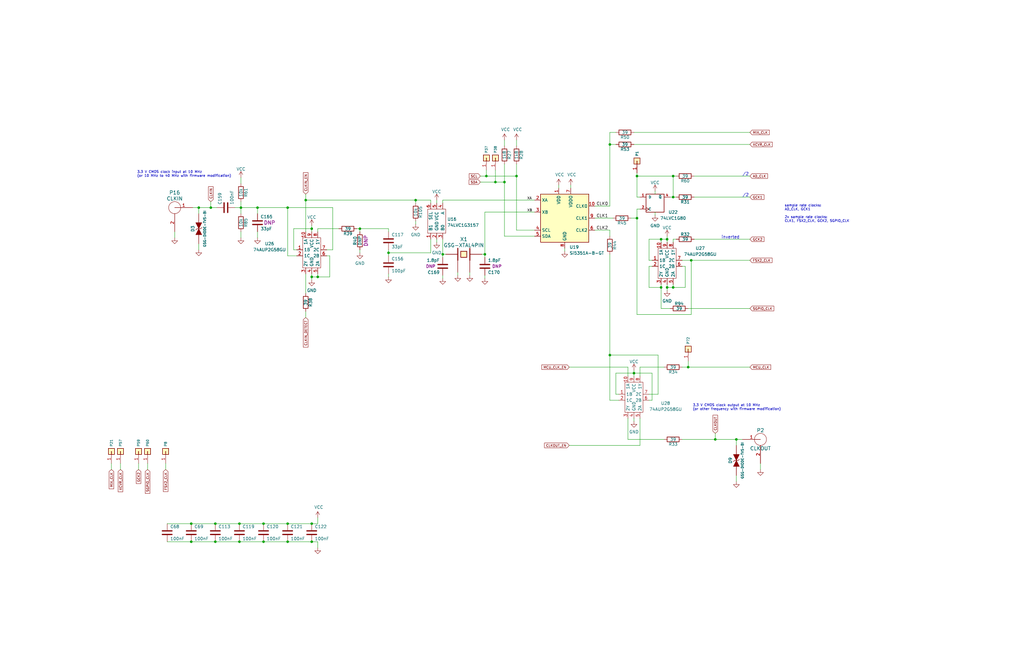
<source format=kicad_sch>
(kicad_sch (version 20211123) (generator eeschema)
  (paper "USLedger")
  (title_block (title "HackRF One") (date "2022-08-29") (rev "r9") (company "Copyright 2012-2022 Great Scott Gadgets") (comment 1 "Michael Ossmann") (comment 2 "Licensed under the CERN-OHL-P v2"))
  (lib_symbols
    (symbol "74AUP2G58GU:74AUP2G58GU"
      (property "Reference" "U" (at 0 0 0))
      (property "Value" "74AUP2G58GU" (at 0 0 0))
      (symbol "74AUP2G58GU_0_1"
        (rectangle (start -3.81 6.35) (end 3.81 -6.35) (stroke (width 0.1524)))
      )
      (symbol "74AUP2G58GU_1_1"
        (pin input line (at -6.35 1.27 0) (length 2.54) (name "1B") (number "1"))
        (pin input line (at -2.54 8.89 270) (length 2.54) (name "1A") (number "10"))
        (pin input line (at -6.35 -1.27 0) (length 2.54) (name "1C") (number "2"))
        (pin output line (at -2.54 -8.89 90) (length 2.54) (name "2Y") (number "3"))
        (pin power_in line (at 0 -8.89 90) (length 2.54) (name "GND") (number "4"))
        (pin input line (at 2.54 -8.89 90) (length 2.54) (name "2A") (number "5"))
        (pin input line (at 6.35 -1.27 180) (length 2.54) (name "2B") (number "6"))
        (pin input line (at 6.35 1.27 180) (length 2.54) (name "2C") (number "7"))
        (pin output line (at 2.54 8.89 270) (length 2.54) (name "1Y") (number "8"))
        (pin power_in line (at 0 8.89 270) (length 2.54) (name "VCC") (number "9"))
      )
    )
    (symbol "74xGxx:74AUP1G80" (pin_names (offset 1.016))
      (property "Reference" "U" (at -2.54 5.08 0))
      (property "Value" "74AUP1G80" (at 0 -5.08 0))
      (symbol "74AUP1G80_0_1"
        (rectangle (start -3.81 3.81) (end 3.81 -3.81) (stroke (width 0.254)))
      )
      (symbol "74AUP1G80_1_1"
        (pin input line (at -6.35 2.54 0) (length 2.54) (name "D") (number "1"))
        (pin input clock (at -6.35 -2.54 0) (length 2.54) (name "C") (number "2"))
        (pin power_in line (at 0 -3.81 270) (length 0) hide (name "GND") (number "3"))
        (pin output line (at 6.35 2.54 180) (length 2.54) (name "~{Q}") (number "4"))
        (pin power_in line (at 0 3.81 90) (length 0) hide (name "VCC") (number "5"))
      )
    )
    (symbol "Connector_Generic:Conn_01x01" (pin_names (offset 1.016) hide)
      (property "Reference" "J" (at 0 2.54 0))
      (property "Value" "Conn_01x01" (at 0 -2.54 0))
      (symbol "Conn_01x01_1_1"
        (rectangle (start -1.27 0.127) (end 0 -0.127) (stroke (width 0.1524)))
        (rectangle (start -1.27 1.27) (end 1.27 -1.27) (stroke (width 0.254)) (fill (type background)))
        (pin passive line (at -5.08 0 0) (length 3.81) (name "Pin_1") (number "1"))
      )
    )
    (symbol "Device:C" (pin_numbers hide) (pin_names (offset 0.254))
      (property "Reference" "C" (at 0.635 2.54 0))
      (property "Value" "C" (at 0.635 -2.54 0))
      (symbol "C_0_1"
        (polyline (pts (xy -2.032 -0.762) (xy 2.032 -0.762)) (stroke (width 0.508)))
        (polyline (pts (xy -2.032 0.762) (xy 2.032 0.762)) (stroke (width 0.508)))
      )
      (symbol "C_1_1"
        (pin passive line (at 0 3.81 270) (length 2.794) (name "~") (number "1"))
        (pin passive line (at 0 -3.81 90) (length 2.794) (name "~") (number "2"))
      )
    )
    (symbol "Device:R" (pin_numbers hide) (pin_names (offset 0))
      (property "Reference" "R" (at 2.032 0 90))
      (property "Value" "R" (at 0 0 90))
      (symbol "R_0_1"
        (rectangle (start -1.016 -2.54) (end 1.016 2.54) (stroke (width 0.254)))
      )
      (symbol "R_1_1"
        (pin passive line (at 0 3.81 270) (length 1.27) (name "~") (number "1"))
        (pin passive line (at 0 -3.81 90) (length 1.27) (name "~") (number "2"))
      )
    )
    (symbol "Oscillator:Si5351A-B-GT"
      (property "Reference" "U" (at -8.89 11.43 0))
      (property "Value" "Si5351A-B-GT" (at -12.7 -12.7 0))
      (symbol "Si5351A-B-GT_0_1"
        (rectangle (start -10.16 10.16) (end 10.16 -10.16) (stroke (width 0.254)) (fill (type background)))
      )
      (symbol "Si5351A-B-GT_1_1"
        (pin power_in line (at -2.54 12.7 270) (length 2.54) (name "VDD") (number "1"))
        (pin output line (at 12.7 5.08 180) (length 2.54) (name "CLK0") (number "10"))
        (pin input line (at -12.7 7.62 0) (length 2.54) (name "XA") (number "2"))
        (pin input line (at -12.7 2.54 0) (length 2.54) (name "XB") (number "3"))
        (pin input line (at -12.7 -5.08 0) (length 2.54) (name "SCL") (number "4"))
        (pin bidirectional line (at -12.7 -7.62 0) (length 2.54) (name "SDA") (number "5"))
        (pin output line (at 12.7 -5.08 180) (length 2.54) (name "CLK2") (number "6"))
        (pin power_in line (at 2.54 12.7 270) (length 2.54) (name "VDDO") (number "7"))
        (pin power_in line (at 0 -12.7 90) (length 2.54) (name "GND") (number "8"))
        (pin output line (at 12.7 0 180) (length 2.54) (name "CLK1") (number "9"))
      )
    )
    (symbol "gsg-symbols:74LVC1G3157" (pin_names (offset 1.016))
      (property "Reference" "U" (at 0 5.08 0))
      (property "Value" "74LVC1G3157" (at 0 -5.08 0))
      (symbol "74LVC1G3157_0_1"
        (rectangle (start 5.08 3.81) (end -5.08 -3.81))
      )
      (symbol "74LVC1G3157_1_1"
        (pin bidirectional line (at -7.62 2.54 0) (length 2.54) (name "B1") (number "1"))
        (pin power_in line (at -7.62 0 0) (length 2.54) (name "GND") (number "2"))
        (pin bidirectional line (at -7.62 -2.54 0) (length 2.54) (name "B0") (number "3"))
        (pin bidirectional line (at 7.62 -2.54 180) (length 2.54) (name "A") (number "4"))
        (pin power_in line (at 7.62 0 180) (length 2.54) (name "VCC") (number "5"))
        (pin input line (at 7.62 2.54 180) (length 2.54) (name "SEL") (number "6"))
      )
    )
    (symbol "hackrf:GSG-DIODE-TVS-BI" (pin_numbers hide) (pin_names (offset 1.016) hide)
      (property "Reference" "D" (at 0 2.54 0))
      (property "Value" "GSG-DIODE-TVS-BI" (at 0 -2.54 0))
      (symbol "GSG-DIODE-TVS-BI_0_1"
        (polyline (pts (xy -0.508 1.27) (xy 0 0.762) (xy 0 -0.762) (xy 0.508 -1.27) (xy 0.508 -1.27)) (stroke (width 0.2032)))
        (polyline (pts (xy 0 0) (xy -2.54 1.27) (xy -2.54 -1.27) (xy 0 0) (xy 0 0)) (fill (type outline)))
        (polyline (pts (xy 0 0) (xy 2.54 1.27) (xy 2.54 -1.27) (xy 0 0) (xy 0 0)) (fill (type outline)))
      )
      (symbol "GSG-DIODE-TVS-BI_1_1"
        (pin passive line (at -6.35 0 0) (length 3.81) (name "A") (number "1"))
        (pin passive line (at 6.35 0 180) (length 3.81) (name "K") (number "2"))
      )
    )
    (symbol "hackrf:GSG-RF-CONN" (pin_names (offset 0) hide)
      (property "Reference" "P" (at 0 3.81 0))
      (property "Value" "GSG-RF-CONN" (at 0 -3.81 0))
      (symbol "GSG-RF-CONN_0_1"
        (circle (center 0 0) (radius 2.54))
      )
      (symbol "GSG-RF-CONN_1_1"
        (pin bidirectional line (at 7.62 0 180) (length 7.62) (name "RF") (number "1"))
        (pin power_in line (at 0 -10.16 90) (length 7.62) (name "GND") (number "2"))
      )
    )
    (symbol "hackrf:GSG-XTAL4PIN" (pin_numbers hide) (pin_names (offset 1.016) hide)
      (property "Reference" "X" (at 0 3.81 0))
      (property "Value" "GSG-XTAL4PIN" (at 0 -3.81 0))
      (symbol "GSG-XTAL4PIN_0_1"
        (polyline (pts (xy -2.54 2.54) (xy -2.54 -2.54)) (stroke (width 0.4064)))
        (polyline (pts (xy 2.54 2.54) (xy 2.54 -2.54)) (stroke (width 0.4064)))
        (polyline (pts (xy -1.27 1.27) (xy 1.27 1.27) (xy 1.27 -1.27) (xy -1.27 -1.27) (xy -1.27 1.27)) (stroke (width 0.3048)) (fill (type background)))
      )
      (symbol "GSG-XTAL4PIN_1_1"
        (pin passive line (at -7.62 0 0) (length 5.08) (name "1") (number "1"))
        (pin passive line (at -2.54 -7.62 90) (length 5.08) (name "2") (number "2"))
        (pin passive line (at 7.62 0 180) (length 5.08) (name "3") (number "3"))
        (pin passive line (at 2.54 -7.62 90) (length 5.08) (name "4") (number "4"))
      )
    )
    (symbol "power:GND" (power) (pin_names (offset 0))
      (property "Value" "GND" (at 0 -3.81 0))
      (symbol "GND_0_1"
        (polyline (pts (xy 0 0) (xy 0 -1.27) (xy 1.27 -1.27) (xy 0 -2.54) (xy -1.27 -1.27) (xy 0 -1.27)))
      )
      (symbol "GND_1_1"
        (pin power_in line (at 0 0 270) (length 0) hide (name "GND") (number "1"))
      )
    )
    (symbol "power:VCC" (power) (pin_names (offset 0))
      (property "Value" "VCC" (at 0 3.81 0))
      (symbol "VCC_0_1"
        (polyline (pts (xy -0.762 1.27) (xy 0 2.54)))
        (polyline (pts (xy 0 0) (xy 0 2.54)))
        (polyline (pts (xy 0 2.54) (xy 0.762 1.27)))
      )
      (symbol "VCC_1_1"
        (pin power_in line (at 0 0 90) (length 0) hide (name "VCC") (number "1"))
      )
    )
  )
  (junction (at 257.175 149.86))
  (junction (at 283.845 83.185))
  (junction (at 212.725 76.835))
  (junction (at 278.765 100.965))
  (junction (at 278.765 121.285))
  (junction (at 291.465 109.855))
  (junction (at 283.845 74.295))
  (junction (at 121.285 87.63))
  (junction (at 100.965 228.6))
  (junction (at 208.915 76.835))
  (junction (at 217.805 74.295))
  (junction (at 121.285 220.98))
  (junction (at 163.83 106.68))
  (junction (at 80.645 220.98))
  (junction (at 83.82 87.63))
  (junction (at 131.445 220.98))
  (junction (at 301.625 185.42))
  (junction (at 204.47 107.315))
  (junction (at 88.9 87.63))
  (junction (at 281.305 121.285))
  (junction (at 111.125 228.6))
  (junction (at 80.645 228.6))
  (junction (at 267.335 157.48))
  (junction (at 90.805 228.6))
  (junction (at 131.445 228.6))
  (junction (at 131.445 116.84))
  (junction (at 111.125 220.98))
  (junction (at 128.905 84.455))
  (junction (at 175.26 84.455))
  (junction (at 101.6 87.63))
  (junction (at 310.515 185.42))
  (junction (at 281.305 100.965))
  (junction (at 205.105 74.295))
  (junction (at 268.605 92.075))
  (junction (at 151.765 96.52))
  (junction (at 283.845 121.285))
  (junction (at 186.69 107.315))
  (junction (at 90.805 220.98))
  (junction (at 131.445 96.52))
  (junction (at 108.585 87.63))
  (junction (at 268.605 74.295))
  (junction (at 133.985 116.84))
  (junction (at 257.175 60.96))
  (junction (at 100.965 220.98))
  (junction (at 290.195 154.94))
  (junction (at 121.285 228.6))
  (wire (pts (xy 276.225 89.535) (xy 276.225 90.805)))
  (wire (pts (xy 163.83 116.84) (xy 163.83 115.57)))
  (wire (pts (xy 274.955 157.48) (xy 267.335 157.48)))
  (wire (pts (xy 186.69 100.965) (xy 186.69 107.315)))
  (wire (pts (xy 212.725 99.695) (xy 225.425 99.695)))
  (wire (pts (xy 274.955 168.91) (xy 274.955 157.48)))
  (wire (pts (xy 217.805 59.055) (xy 217.805 61.595)))
  (wire (pts (xy 202.565 74.295) (xy 205.105 74.295)))
  (wire (pts (xy 283.845 100.965) (xy 285.115 100.965)))
  (wire (pts (xy 291.465 109.855) (xy 316.23 109.855)))
  (wire (pts (xy 257.175 97.155) (xy 257.175 99.695)))
  (wire (pts (xy 259.715 166.37) (xy 260.985 166.37)))
  (wire (pts (xy 281.305 100.965) (xy 278.765 100.965)))
  (wire (pts (xy 83.82 90.17) (xy 83.82 87.63)))
  (wire (pts (xy 278.765 120.015) (xy 278.765 121.285)))
  (wire (pts (xy 264.795 176.53) (xy 264.795 185.42)))
  (wire (pts (xy 46.99 195.58) (xy 46.99 198.12)))
  (wire (pts (xy 269.875 158.75) (xy 269.875 154.94)))
  (wire (pts (xy 90.805 228.6) (xy 100.965 228.6)))
  (wire (pts (xy 111.125 228.6) (xy 121.285 228.6)))
  (wire (pts (xy 281.305 120.015) (xy 281.305 121.285)))
  (wire (pts (xy 268.605 92.075) (xy 268.605 132.715)))
  (wire (pts (xy 100.965 220.98) (xy 90.805 220.98)))
  (wire (pts (xy 186.69 107.315) (xy 187.96 107.315)))
  (wire (pts (xy 274.955 112.395) (xy 273.685 112.395)))
  (wire (pts (xy 101.6 87.63) (xy 101.6 90.17)))
  (wire (pts (xy 225.425 89.535) (xy 204.47 89.535)))
  (wire (pts (xy 250.825 97.155) (xy 257.175 97.155)))
  (wire (pts (xy 290.195 152.4) (xy 290.195 154.94)))
  (wire (pts (xy 131.445 96.52) (xy 131.445 95.25)))
  (wire (pts (xy 250.825 86.995) (xy 257.175 86.995)))
  (wire (pts (xy 121.285 220.98) (xy 131.445 220.98)))
  (wire (pts (xy 301.625 182.88) (xy 301.625 185.42)))
  (wire (pts (xy 131.445 116.84) (xy 133.985 116.84)))
  (wire (pts (xy 73.66 97.79) (xy 73.66 100.33)))
  (wire (pts (xy 203.2 107.315) (xy 204.47 107.315)))
  (wire (pts (xy 131.445 118.11) (xy 131.445 116.84)))
  (wire (pts (xy 281.305 102.235) (xy 281.305 100.965)))
  (wire (pts (xy 292.735 74.295) (xy 316.23 74.295)))
  (wire (pts (xy 137.795 105.41) (xy 140.335 105.41)))
  (wire (pts (xy 238.125 104.775) (xy 238.125 106.045)))
  (wire (pts (xy 268.605 83.185) (xy 269.875 83.185)))
  (wire (pts (xy 151.765 96.52) (xy 151.765 97.79)))
  (wire (pts (xy 202.565 76.835) (xy 208.915 76.835)))
  (wire (pts (xy 121.285 228.6) (xy 131.445 228.6)))
  (wire (pts (xy 277.495 149.86) (xy 277.495 166.37)))
  (wire (pts (xy 139.065 116.84) (xy 139.065 107.95)))
  (wire (pts (xy 283.845 102.235) (xy 283.845 100.965)))
  (wire (pts (xy 240.03 187.96) (xy 269.875 187.96)))
  (wire (pts (xy 217.805 69.215) (xy 217.805 74.295)))
  (wire (pts (xy 283.845 121.285) (xy 288.925 121.285)))
  (wire (pts (xy 257.175 60.96) (xy 257.175 86.995)))
  (wire (pts (xy 268.605 88.265) (xy 268.605 92.075)))
  (wire (pts (xy 278.765 130.175) (xy 282.575 130.175)))
  (wire (pts (xy 99.06 87.63) (xy 101.6 87.63)))
  (wire (pts (xy 151.765 105.41) (xy 151.765 106.68)))
  (wire (pts (xy 288.925 112.395) (xy 287.655 112.395)))
  (wire (pts (xy 88.9 87.63) (xy 88.9 85.09)))
  (wire (pts (xy 125.095 107.95) (xy 121.285 107.95)))
  (wire (pts (xy 163.83 105.41) (xy 163.83 106.68)))
  (wire (pts (xy 140.335 87.63) (xy 121.285 87.63)))
  (wire (pts (xy 128.905 84.455) (xy 128.905 97.79)))
  (wire (pts (xy 269.875 176.53) (xy 269.875 187.96)))
  (wire (pts (xy 123.825 105.41) (xy 125.095 105.41)))
  (wire (pts (xy 268.605 73.025) (xy 268.605 74.295)))
  (wire (pts (xy 133.985 228.6) (xy 133.985 231.14)))
  (wire (pts (xy 91.44 87.63) (xy 88.9 87.63)))
  (wire (pts (xy 163.83 106.68) (xy 181.61 106.68)))
  (wire (pts (xy 287.655 185.42) (xy 301.625 185.42)))
  (wire (pts (xy 217.805 97.155) (xy 225.425 97.155)))
  (wire (pts (xy 283.845 83.185) (xy 285.115 83.185)))
  (wire (pts (xy 133.985 97.79) (xy 133.985 96.52)))
  (wire (pts (xy 131.445 220.98) (xy 133.985 220.98)))
  (wire (pts (xy 267.335 157.48) (xy 267.335 156.21)))
  (wire (pts (xy 133.985 116.84) (xy 139.065 116.84)))
  (wire (pts (xy 133.985 96.52) (xy 142.875 96.52)))
  (wire (pts (xy 267.335 158.75) (xy 267.335 157.48)))
  (wire (pts (xy 123.825 96.52) (xy 123.825 105.41)))
  (wire (pts (xy 184.15 85.725) (xy 184.15 84.455)))
  (wire (pts (xy 278.765 100.965) (xy 278.765 102.235)))
  (wire (pts (xy 292.735 83.185) (xy 316.23 83.185)))
  (wire (pts (xy 90.805 220.98) (xy 80.645 220.98)))
  (wire (pts (xy 58.42 195.58) (xy 58.42 198.12)))
  (wire (pts (xy 273.685 112.395) (xy 273.685 121.285)))
  (wire (pts (xy 283.845 120.015) (xy 283.845 121.285)))
  (wire (pts (xy 257.175 168.91) (xy 257.175 149.86)))
  (wire (pts (xy 184.15 100.965) (xy 184.15 102.235)))
  (wire (pts (xy 277.495 166.37) (xy 273.685 166.37)))
  (wire (pts (xy 273.685 109.855) (xy 274.955 109.855)))
  (wire (pts (xy 287.655 154.94) (xy 290.195 154.94)))
  (wire (pts (xy 267.335 60.96) (xy 316.23 60.96)))
  (wire (pts (xy 273.685 100.965) (xy 273.685 109.855)))
  (wire (pts (xy 260.985 168.91) (xy 257.175 168.91)))
  (wire (pts (xy 80.645 228.6) (xy 90.805 228.6)))
  (wire (pts (xy 193.04 116.205) (xy 193.04 114.935)))
  (wire (pts (xy 273.685 168.91) (xy 274.955 168.91)))
  (wire (pts (xy 151.765 96.52) (xy 163.83 96.52)))
  (wire (pts (xy 69.85 195.58) (xy 69.85 198.12)))
  (wire (pts (xy 257.175 55.88) (xy 259.715 55.88)))
  (wire (pts (xy 267.335 157.48) (xy 259.715 157.48)))
  (wire (pts (xy 101.6 97.79) (xy 101.6 100.33)))
  (wire (pts (xy 80.645 220.98) (xy 70.485 220.98)))
  (wire (pts (xy 100.965 220.98) (xy 111.125 220.98)))
  (wire (pts (xy 204.47 89.535) (xy 204.47 107.315)))
  (wire (pts (xy 101.6 87.63) (xy 108.585 87.63)))
  (wire (pts (xy 181.61 106.68) (xy 181.61 100.965)))
  (wire (pts (xy 133.985 115.57) (xy 133.985 116.84)))
  (wire (pts (xy 290.195 130.175) (xy 316.23 130.175)))
  (wire (pts (xy 267.335 55.88) (xy 316.23 55.88)))
  (wire (pts (xy 273.685 121.285) (xy 278.765 121.285)))
  (wire (pts (xy 111.125 220.98) (xy 121.285 220.98)))
  (wire (pts (xy 208.915 71.755) (xy 208.915 76.835)))
  (wire (pts (xy 250.825 92.075) (xy 258.445 92.075)))
  (wire (pts (xy 257.175 55.88) (xy 257.175 60.96)))
  (wire (pts (xy 205.105 74.295) (xy 217.805 74.295)))
  (wire (pts (xy 101.6 85.09) (xy 101.6 87.63)))
  (wire (pts (xy 131.445 228.6) (xy 133.985 228.6)))
  (wire (pts (xy 310.515 187.96) (xy 310.515 185.42)))
  (wire (pts (xy 128.905 115.57) (xy 128.905 123.825)))
  (wire (pts (xy 283.845 83.185) (xy 282.575 83.185)))
  (wire (pts (xy 235.585 79.375) (xy 235.585 78.105)))
  (wire (pts (xy 283.845 74.295) (xy 285.115 74.295)))
  (wire (pts (xy 310.515 203.2) (xy 310.515 200.66)))
  (wire (pts (xy 175.26 94.615) (xy 175.26 93.345)))
  (wire (pts (xy 212.725 76.835) (xy 212.725 99.695)))
  (wire (pts (xy 259.715 157.48) (xy 259.715 166.37)))
  (wire (pts (xy 276.225 80.645) (xy 276.225 81.915)))
  (wire (pts (xy 320.675 195.58) (xy 320.675 198.12)))
  (wire (pts (xy 175.26 84.455) (xy 181.61 84.455)))
  (wire (pts (xy 139.065 107.95) (xy 137.795 107.95)))
  (wire (pts (xy 128.905 133.985) (xy 128.905 131.445)))
  (wire (pts (xy 287.655 109.855) (xy 291.465 109.855)))
  (wire (pts (xy 257.175 107.315) (xy 257.175 149.86)))
  (wire (pts (xy 257.175 149.86) (xy 277.495 149.86)))
  (wire (pts (xy 70.485 228.6) (xy 80.645 228.6)))
  (wire (pts (xy 186.69 116.205) (xy 186.69 117.475)))
  (wire (pts (xy 301.625 185.42) (xy 310.515 185.42)))
  (wire (pts (xy 212.725 59.055) (xy 212.725 61.595)))
  (wire (pts (xy 283.845 74.295) (xy 283.845 83.185)))
  (wire (pts (xy 267.335 176.53) (xy 267.335 177.8)))
  (wire (pts (xy 150.495 96.52) (xy 151.765 96.52)))
  (wire (pts (xy 100.965 228.6) (xy 111.125 228.6)))
  (wire (pts (xy 123.825 96.52) (xy 131.445 96.52)))
  (wire (pts (xy 186.69 84.455) (xy 186.69 85.725)))
  (wire (pts (xy 268.605 88.265) (xy 269.875 88.265)))
  (wire (pts (xy 264.795 185.42) (xy 280.035 185.42)))
  (wire (pts (xy 205.105 71.755) (xy 205.105 74.295)))
  (wire (pts (xy 278.765 121.285) (xy 278.765 130.175)))
  (wire (pts (xy 140.335 105.41) (xy 140.335 87.63)))
  (wire (pts (xy 186.69 84.455) (xy 225.425 84.455)))
  (wire (pts (xy 175.26 85.725) (xy 175.26 84.455)))
  (wire (pts (xy 83.82 105.41) (xy 83.82 102.87)))
  (wire (pts (xy 291.465 132.715) (xy 268.605 132.715)))
  (wire (pts (xy 101.6 74.93) (xy 101.6 77.47)))
  (wire (pts (xy 292.735 100.965) (xy 316.23 100.965)))
  (wire (pts (xy 240.665 79.375) (xy 240.665 78.105)))
  (wire (pts (xy 240.03 154.94) (xy 264.795 154.94)))
  (wire (pts (xy 208.915 76.835) (xy 212.725 76.835)))
  (wire (pts (xy 128.905 84.455) (xy 175.26 84.455)))
  (wire (pts (xy 264.795 158.75) (xy 264.795 154.94)))
  (wire (pts (xy 266.065 92.075) (xy 268.605 92.075)))
  (wire (pts (xy 217.805 74.295) (xy 217.805 97.155)))
  (wire (pts (xy 108.585 87.63) (xy 121.285 87.63)))
  (wire (pts (xy 290.195 154.94) (xy 316.23 154.94)))
  (wire (pts (xy 108.585 90.17) (xy 108.585 87.63)))
  (wire (pts (xy 204.47 107.315) (xy 204.47 108.585)))
  (wire (pts (xy 268.605 83.185) (xy 268.605 74.295)))
  (wire (pts (xy 83.82 87.63) (xy 88.9 87.63)))
  (wire (pts (xy 281.305 100.965) (xy 281.305 99.695)))
  (wire (pts (xy 212.725 69.215) (xy 212.725 76.835)))
  (wire (pts (xy 269.875 154.94) (xy 280.035 154.94)))
  (wire (pts (xy 128.905 81.915) (xy 128.905 84.455)))
  (wire (pts (xy 204.47 117.475) (xy 204.47 116.205)))
  (wire (pts (xy 131.445 115.57) (xy 131.445 116.84)))
  (wire (pts (xy 163.83 106.68) (xy 163.83 107.95)))
  (wire (pts (xy 108.585 97.79) (xy 108.585 100.33)))
  (wire (pts (xy 278.765 100.965) (xy 273.685 100.965)))
  (wire (pts (xy 131.445 97.79) (xy 131.445 96.52)))
  (wire (pts (xy 281.305 122.555) (xy 281.305 121.285)))
  (wire (pts (xy 186.69 108.585) (xy 186.69 107.315)))
  (wire (pts (xy 121.285 87.63) (xy 121.285 107.95)))
  (wire (pts (xy 62.23 198.12) (xy 62.23 195.58)))
  (wire (pts (xy 198.12 114.935) (xy 198.12 116.205)))
  (wire (pts (xy 268.605 74.295) (xy 283.845 74.295)))
  (wire (pts (xy 163.83 96.52) (xy 163.83 97.79)))
  (wire (pts (xy 133.985 220.98) (xy 133.985 218.44)))
  (wire (pts (xy 288.925 121.285) (xy 288.925 112.395)))
  (wire (pts (xy 310.515 185.42) (xy 313.055 185.42)))
  (wire (pts (xy 291.465 109.855) (xy 291.465 132.715)))
  (wire (pts (xy 50.8 195.58) (xy 50.8 198.12)))
  (wire (pts (xy 257.175 60.96) (xy 259.715 60.96)))
  (wire (pts (xy 81.28 87.63) (xy 83.82 87.63)))
  (wire (pts (xy 181.61 84.455) (xy 181.61 85.725)))
  (wire (pts (xy 281.305 121.285) (xy 283.845 121.285)))
  (text "/2" (at 313.055 83.185 0) (effects (font (size 1.27 1.27)) (justify left bottom)))
  (text "inverted" (at 304.165 100.965 0) (effects (font (size 1.27 1.27)) (justify left bottom)))
  (text "3.3 V CMOS clock input at 10 MHz\n(or 10 MHz to 40 MHz with firmware modification)" (at 57.785 74.93 0) (effects (font (size 1.016 1.016)) (justify left bottom)))
  (text "sample rate clocks:\nAD_CLK, GCK1\n\n2x sample rate clocks:\nCLK1, FSX2_CLK, GCK2, SGPIO_CLK" (at 330.835 93.98 0) (effects (font (size 1.016 1.016)) (justify left bottom)))
  (text "/2" (at 313.055 74.295 0) (effects (font (size 1.27 1.27)) (justify left bottom)))
  (text "3.3 V CMOS clock output at 10 MHz\n(or other frequency with firmware modification)" (at 292.1 173.355 0) (effects (font (size 1.016 1.016)) (justify left bottom)))
  (label "CLK0" (at 251.46 86.995 0))
  (label "CLK1" (at 251.46 92.075 0))
  (label "CLK2" (at 251.46 97.155 0))
  (label "XA" (at 222.25 84.455 0) (effects (font (size 1.016 1.016))))
  (label "XB" (at 222.25 89.535 0) (effects (font (size 1.016 1.016))))
  (global_label "XCVR_CLK" (shape input) (at 316.23 60.96 0) (effects (font (size 1.016 1.016))) (property "Intersheet References" "${INTERSHEET_REFS}" (effects hide)))
  (global_label "FSX2_CLK" (shape input) (at 69.85 198.12 270) (effects (font (size 1.016 1.016))) (property "Intersheet References" "${INTERSHEET_REFS}" (effects hide)))
  (global_label "SCL" (shape input) (at 202.565 74.295 180) (effects (font (size 1.016 1.016))) (property "Intersheet References" "${INTERSHEET_REFS}" (effects hide)))
  (global_label "CLKIN_EN" (shape input) (at 128.905 81.915 90) (effects (font (size 1.016 1.016))) (property "Intersheet References" "${INTERSHEET_REFS}" (effects hide)))
  (global_label "MIX_CLK" (shape input) (at 316.23 55.88 0) (effects (font (size 1.016 1.016))) (property "Intersheet References" "${INTERSHEET_REFS}" (effects hide)))
  (global_label "GCK2" (shape input) (at 58.42 198.12 270) (effects (font (size 1.016 1.016))) (property "Intersheet References" "${INTERSHEET_REFS}" (effects hide)))
  (global_label "SDA" (shape input) (at 202.565 76.835 180) (effects (font (size 1.016 1.016))) (property "Intersheet References" "${INTERSHEET_REFS}" (effects hide)))
  (global_label "AD_CLK" (shape input) (at 316.23 74.295 0) (effects (font (size 1.016 1.016))) (property "Intersheet References" "${INTERSHEET_REFS}" (effects hide)))
  (global_label "CLKIN_DETECT" (shape input) (at 128.905 133.985 270) (effects (font (size 1.016 1.016))) (property "Intersheet References" "${INTERSHEET_REFS}" (effects hide)))
  (global_label "CLKOUT_EN" (shape input) (at 240.03 187.96 180) (effects (font (size 1.016 1.016))) (property "Intersheet References" "${INTERSHEET_REFS}" (effects hide)))
  (global_label "MIX_CLK" (shape input) (at 46.99 198.12 270) (effects (font (size 1.016 1.016))) (property "Intersheet References" "${INTERSHEET_REFS}" (effects hide)))
  (global_label "MCU_CLK_EN" (shape input) (at 240.03 154.94 180) (effects (font (size 1.016 1.016))) (property "Intersheet References" "${INTERSHEET_REFS}" (effects hide)))
  (global_label "SGPIO_CLK" (shape input) (at 316.23 130.175 0) (effects (font (size 1.016 1.016))) (property "Intersheet References" "${INTERSHEET_REFS}" (effects hide)))
  (global_label "CLKOUT" (shape input) (at 301.625 182.88 90) (effects (font (size 1.016 1.016))) (property "Intersheet References" "${INTERSHEET_REFS}" (effects hide)))
  (global_label "CLKIN" (shape input) (at 88.9 85.09 90) (effects (font (size 1.016 1.016))) (property "Intersheet References" "${INTERSHEET_REFS}" (effects hide)))
  (global_label "MCU_CLK" (shape input) (at 316.23 154.94 0) (effects (font (size 1.016 1.016))) (property "Intersheet References" "${INTERSHEET_REFS}" (effects hide)))
  (global_label "FSX2_CLK" (shape input) (at 316.23 109.855 0) (effects (font (size 1.016 1.016))) (property "Intersheet References" "${INTERSHEET_REFS}" (effects hide)))
  (global_label "SGPIO_CLK" (shape input) (at 62.23 198.12 270) (effects (font (size 1.016 1.016))) (property "Intersheet References" "${INTERSHEET_REFS}" (effects hide)))
  (global_label "GCK1" (shape input) (at 316.23 83.185 0) (effects (font (size 1.016 1.016))) (property "Intersheet References" "${INTERSHEET_REFS}" (effects hide)))
  (global_label "XCVR_CLK" (shape input) (at 50.8 198.12 270) (effects (font (size 1.016 1.016))) (property "Intersheet References" "${INTERSHEET_REFS}" (effects hide)))
  (global_label "GCK2" (shape input) (at 316.23 100.965 0) (effects (font (size 1.016 1.016))) (property "Intersheet References" "${INTERSHEET_REFS}" (effects hide)))
  (symbol (lib_id "Device:R") (at 212.725 65.405 0) (unit 1)
    (property "Reference" "R27" (at 214.757 65.405 90))
    (property "Value" "1k8" (at 212.725 65.405 90))
    (property "Footprint" "hackrf:GSG-0402" (effects hide))
    (property "Manufacturer" "Stackpole" (effects hide))
    (property "Part Number" "RMCF0402JT1K80" (effects hide))
    (property "Description" "RES TF 1.8K OHM 5% 1/16W 0402" (effects hide))
  )
  (symbol (lib_id "hackrf:GSG-XTAL4PIN") (at 195.58 107.315 0) (unit 1)
    (property "Reference" "X1" (at 195.58 100.965 0) (effects (font (size 1.524 1.524))))
    (property "Value" "GSG-XTAL4PIN" (at 195.58 103.505 0) (effects (font (size 1.524 1.524))))
    (property "Footprint" "hackrf:GSG-XTAL3.2x2.5mm" (effects hide))
    (property "Manufacturer" "Raltron" (effects hide))
    (property "Part Number" "RH100-25.000-12-F-1010-TR" (effects hide))
    (property "Description" "CRYSTAL 25.0000MHZ 12PF SMD" (effects hide))
  )
  (symbol (lib_id "power:GND") (at 198.12 116.205 0) (unit 1)
    (property "Reference" "#PWR0128" (effects hide))
    (property "Value" "GND" (effects hide))
  )
  (symbol (lib_id "power:GND") (at 193.04 116.205 0) (unit 1)
    (property "Reference" "#PWR0127" (effects hide))
    (property "Value" "GND" (effects hide))
  )
  (symbol (lib_id "hackrf:GSG-RF-CONN") (at 73.66 87.63 0) (unit 1)
    (property "Reference" "P16" (at 73.66 81.28 0) (effects (font (size 1.524 1.524))))
    (property "Value" "CLKIN" (at 73.66 83.82 0) (effects (font (size 1.524 1.524))))
    (property "Footprint" "hackrf:GSG-SMA-73251-2120" (effects hide))
    (property "Manufacturer" "Molex" (effects hide))
    (property "Part Number" "73251-2121" (effects hide))
    (property "Description" "CONN SMA JACK 50 OHM EDGE MNT W/JAM NUT & LOCK WASHER" (effects hide))
  )
  (symbol (lib_id "power:GND") (at 73.66 100.33 0) (unit 1)
    (property "Reference" "#PWR0126" (effects hide))
    (property "Value" "GND" (effects hide))
  )
  (symbol (lib_id "power:GND") (at 133.985 231.14 0) (unit 1)
    (property "Reference" "#PWR0121" (effects hide))
    (property "Value" "GND" (effects hide))
  )
  (symbol (lib_id "Device:C") (at 90.805 224.79 0) (unit 1)
    (property "Reference" "C113" (at 92.075 222.25 0) (effects (justify left)))
    (property "Value" "100nF" (at 92.075 227.33 0) (effects (justify left)))
    (property "Footprint" "hackrf:GSG-0402" (effects hide))
    (property "Manufacturer" "Murata" (effects hide))
    (property "Part Number" "GRM155R61A104KA01D" (effects hide))
    (property "Description" "CAP CER 0.1UF 10V 10% X5R 0402" (effects hide))
  )
  (symbol (lib_id "Device:C") (at 100.965 224.79 0) (unit 1)
    (property "Reference" "C119" (at 102.235 222.25 0) (effects (justify left)))
    (property "Value" "100nF" (at 102.235 227.33 0) (effects (justify left)))
    (property "Footprint" "hackrf:GSG-0402" (effects hide))
    (property "Manufacturer" "Murata" (effects hide))
    (property "Part Number" "GRM155R61A104KA01D" (effects hide))
    (property "Description" "CAP CER 0.1UF 10V 10% X5R 0402" (effects hide))
  )
  (symbol (lib_id "Device:C") (at 111.125 224.79 0) (unit 1)
    (property "Reference" "C120" (at 112.395 222.25 0) (effects (justify left)))
    (property "Value" "100nF" (at 112.395 227.33 0) (effects (justify left)))
    (property "Footprint" "hackrf:GSG-0402" (effects hide))
    (property "Manufacturer" "Murata" (effects hide))
    (property "Part Number" "GRM155R61A104KA01D" (effects hide))
    (property "Description" "CAP CER 0.1UF 10V 10% X5R 0402" (effects hide))
  )
  (symbol (lib_id "Device:C") (at 121.285 224.79 0) (unit 1)
    (property "Reference" "C121" (at 122.555 222.25 0) (effects (justify left)))
    (property "Value" "100nF" (at 122.555 227.33 0) (effects (justify left)))
    (property "Footprint" "hackrf:GSG-0402" (effects hide))
    (property "Manufacturer" "Murata" (effects hide))
    (property "Part Number" "GRM155R61A104KA01D" (effects hide))
    (property "Description" "CAP CER 0.1UF 10V 10% X5R 0402" (effects hide))
  )
  (symbol (lib_id "Device:C") (at 131.445 224.79 0) (unit 1)
    (property "Reference" "C122" (at 132.715 222.25 0) (effects (justify left)))
    (property "Value" "100nF" (at 132.715 227.33 0) (effects (justify left)))
    (property "Footprint" "hackrf:GSG-0402" (effects hide))
    (property "Manufacturer" "Murata" (effects hide))
    (property "Part Number" "GRM155R61A104KA01D" (effects hide))
    (property "Description" "CAP CER 0.1UF 10V 10% X5R 0402" (effects hide))
  )
  (symbol (lib_id "Device:R") (at 175.26 89.535 0) (unit 1)
    (property "Reference" "R105" (at 177.292 89.535 90))
    (property "Value" "10k" (at 175.26 89.535 90))
    (property "Footprint" "hackrf:GSG-0402" (effects hide))
    (property "Manufacturer" "Stackpole" (effects hide))
    (property "Part Number" "RMCF0402JT10K0" (effects hide))
    (property "Description" "RES 10K OHM 1/16W 5% 0402 SMD" (effects hide))
  )
  (symbol (lib_id "power:GND") (at 320.675 198.12 0) (unit 1)
    (property "Reference" "#PWR093" (effects hide))
    (property "Value" "GND" (effects hide))
  )
  (symbol (lib_id "hackrf:GSG-RF-CONN") (at 320.675 185.42 0) (mirror y) (unit 1)
    (property "Reference" "P2" (at 320.675 181.61 0) (effects (font (size 1.524 1.524))))
    (property "Value" "CLKOUT" (at 320.675 189.23 0) (effects (font (size 1.524 1.524))))
    (property "Footprint" "hackrf:GSG-SMA-73251-2120" (effects hide))
    (property "Manufacturer" "Molex" (effects hide))
    (property "Part Number" "73251-2121" (effects hide))
    (property "Description" "CONN SMA JACK 50 OHM EDGE MNT W/JAM NUT & LOCK WASHER" (effects hide))
  )
  (symbol (lib_id "Connector_Generic:Conn_01x01") (at 205.105 66.675 90) (unit 1)
    (property "Reference" "P37" (at 205.105 64.643 0) (effects (font (size 1.016 1.016)) (justify left)))
    (property "Value" "SCL" (effects hide))
    (property "Footprint" "hackrf:GSG-TESTPOINT-50MIL" (effects hide))
    (property "DNP" "DNP" (effects hide))
  )
  (symbol (lib_id "Connector_Generic:Conn_01x01") (at 208.915 66.675 90) (unit 1)
    (property "Reference" "P38" (at 208.915 64.643 0) (effects (font (size 1.016 1.016)) (justify left)))
    (property "Value" "SDA" (effects hide))
    (property "Footprint" "hackrf:GSG-TESTPOINT-50MIL" (effects hide))
    (property "DNP" "DNP" (effects hide))
  )
  (symbol (lib_id "Device:R") (at 101.6 93.98 0) (unit 1)
    (property "Reference" "R85" (at 103.632 93.98 90))
    (property "Value" "10k" (at 101.6 93.98 90))
    (property "Footprint" "hackrf:GSG-0402" (effects hide))
    (property "Manufacturer" "Stackpole" (effects hide))
    (property "Part Number" "RMCF0402JT10K0" (effects hide))
    (property "Description" "RES 10K OHM 1/16W 5% 0402 SMD" (effects hide))
  )
  (symbol (lib_id "power:GND") (at 101.6 100.33 0) (unit 1)
    (property "Reference" "#PWR092" (effects hide))
    (property "Value" "GND" (effects hide))
  )
  (symbol (lib_id "Device:R") (at 217.805 65.405 0) (unit 1)
    (property "Reference" "R28" (at 219.837 65.405 90))
    (property "Value" "1k8" (at 217.805 65.405 90))
    (property "Footprint" "hackrf:GSG-0402" (effects hide))
    (property "Manufacturer" "Stackpole" (effects hide))
    (property "Part Number" "RMCF0402JT1K80" (effects hide))
    (property "Description" "RES TF 1.8K OHM 5% 1/16W 0402" (effects hide))
  )
  (symbol (lib_id "Device:R") (at 286.385 130.175 270) (mirror x) (unit 1)
    (property "Reference" "R94" (at 286.385 128.143 90))
    (property "Value" "39" (at 286.385 130.175 90))
    (property "Footprint" "hackrf:GSG-0402" (effects hide))
    (property "Manufacturer" "Stackpole" (effects hide))
    (property "Part Number" "RMCF0402JT39R0" (effects hide))
    (property "Description" "RES 39 OHM 1/16W 5% 0402 SMD" (effects hide))
  )
  (symbol (lib_id "Device:R") (at 283.845 185.42 270) (unit 1)
    (property "Reference" "R33" (at 283.845 187.452 90))
    (property "Value" "39" (at 283.845 185.42 90))
    (property "Footprint" "hackrf:GSG-0402" (effects hide))
    (property "Manufacturer" "Stackpole" (effects hide))
    (property "Part Number" "RMCF0402JT39R0" (effects hide))
    (property "Description" "RES 39 OHM 1/16W 5% 0402 SMD" (effects hide))
  )
  (symbol (lib_id "hackrf:GSG-DIODE-TVS-BI") (at 310.515 194.31 90) (unit 1)
    (property "Reference" "D9" (at 307.975 194.31 0))
    (property "Value" "GSG-DIODE-TVS-BI" (at 313.055 194.31 0) (effects (font (size 1.016 1.016))))
    (property "Footprint" "hackrf:GSG-0402" (effects hide))
    (property "Manufacturer" "Murata" (effects hide))
    (property "Part Number" "LXES15AAA1-100" (effects hide))
    (property "Description" "TVS DIODE ESD .05PF 15KV 0402" (effects hide))
  )
  (symbol (lib_id "power:GND") (at 310.515 203.2 0) (unit 1)
    (property "Reference" "#PWR0171" (effects hide))
    (property "Value" "GND" (effects hide))
  )
  (symbol (lib_id "hackrf:GSG-DIODE-TVS-BI") (at 83.82 96.52 90) (unit 1)
    (property "Reference" "D3" (at 81.28 96.52 0))
    (property "Value" "GSG-DIODE-TVS-BI" (at 86.36 96.52 0) (effects (font (size 1.016 1.016))))
    (property "Footprint" "hackrf:GSG-0402" (effects hide))
    (property "Manufacturer" "Murata" (effects hide))
    (property "Part Number" "LXES15AAA1-100" (effects hide))
    (property "Description" "TVS DIODE ESD .05PF 15KV 0402" (effects hide))
  )
  (symbol (lib_id "power:GND") (at 83.82 105.41 0) (unit 1)
    (property "Reference" "#PWR0172" (effects hide))
    (property "Value" "GND" (effects hide))
  )
  (symbol (lib_id "Device:R") (at 288.925 100.965 270) (mirror x) (unit 1)
    (property "Reference" "R32" (at 288.925 98.933 90))
    (property "Value" "39" (at 288.925 100.965 90))
    (property "Footprint" "hackrf:GSG-0402" (effects hide))
    (property "Manufacturer" "Stackpole" (effects hide))
    (property "Part Number" "RMCF0402JT39R0" (effects hide))
    (property "Description" "RES 39 OHM 1/16W 5% 0402 SMD" (effects hide))
  )
  (symbol (lib_id "Device:R") (at 288.925 83.185 270) (unit 1)
    (property "Reference" "R31" (at 288.925 85.217 90))
    (property "Value" "39" (at 288.925 83.185 90))
    (property "Footprint" "hackrf:GSG-0402" (effects hide))
    (property "Manufacturer" "Stackpole" (effects hide))
    (property "Part Number" "RMCF0402JT39R0" (effects hide))
    (property "Description" "RES 39 OHM 1/16W 5% 0402 SMD" (effects hide))
  )
  (symbol (lib_id "Device:C") (at 186.69 112.395 180) (unit 1)
    (property "Reference" "C169" (at 185.42 114.935 0) (effects (justify left)))
    (property "Value" "1.8pF" (at 185.42 109.855 0) (effects (justify left)))
    (property "Footprint" "hackrf:GSG-0402" (effects hide))
    (property "DNP" "DNP" (at 181.61 112.395 0))
  )
  (symbol (lib_id "Device:C") (at 204.47 112.395 0) (mirror x) (unit 1)
    (property "Reference" "C170" (at 205.74 114.935 0) (effects (justify left)))
    (property "Value" "1.8pF" (at 205.74 109.855 0) (effects (justify left)))
    (property "Footprint" "hackrf:GSG-0402" (effects hide))
    (property "DNP" "DNP" (at 209.55 112.395 0))
  )
  (symbol (lib_id "power:GND") (at 186.69 117.475 0) (mirror y) (unit 1)
    (property "Reference" "#PWR0187" (effects hide))
    (property "Value" "GND" (effects hide))
  )
  (symbol (lib_id "power:GND") (at 204.47 117.475 0) (mirror y) (unit 1)
    (property "Reference" "#PWR0188" (effects hide))
    (property "Value" "GND" (effects hide))
  )
  (symbol (lib_id "power:VCC") (at 235.585 78.105 0) (unit 1)
    (property "Reference" "#PWR0203" (effects hide))
    (property "Value" "VCC" (at 236.0168 73.7108 0))
  )
  (symbol (lib_id "power:VCC") (at 217.805 59.055 0) (unit 1)
    (property "Reference" "#PWR0221" (effects hide))
    (property "Value" "VCC" (at 218.2368 54.6608 0))
  )
  (symbol (lib_id "power:VCC") (at 212.725 59.055 0) (unit 1)
    (property "Reference" "#PWR0227" (effects hide))
    (property "Value" "VCC" (at 213.1568 54.6608 0))
  )
  (symbol (lib_id "power:VCC") (at 133.985 218.44 0) (unit 1)
    (property "Reference" "#PWR0240" (effects hide))
    (property "Value" "VCC" (at 134.4168 214.0458 0))
  )
  (symbol (lib_id "power:GND") (at 108.585 100.33 0) (unit 1)
    (property "Reference" "#PWR0130" (effects hide))
    (property "Value" "GND" (effects hide))
  )
  (symbol (lib_id "Device:R") (at 262.255 92.075 270) (unit 1)
    (property "Reference" "R45" (at 262.255 94.107 90))
    (property "Value" "39" (at 262.255 92.075 90))
    (property "Footprint" "hackrf:GSG-0402" (effects hide))
    (property "Manufacturer" "Stackpole" (effects hide))
    (property "Part Number" "RMCF0402JT39R0" (effects hide))
    (property "Description" "RES 39 OHM 1/16W 5% 0402 SMD" (effects hide))
  )
  (symbol (lib_id "Device:R") (at 288.925 74.295 270) (unit 1)
    (property "Reference" "R60" (at 288.925 76.327 90))
    (property "Value" "39" (at 288.925 74.295 90))
    (property "Footprint" "hackrf:GSG-0402" (effects hide))
    (property "Manufacturer" "Stackpole" (effects hide))
    (property "Part Number" "RMCF0402JT39R0" (effects hide))
    (property "Description" "RES 39 OHM 1/16W 5% 0402 SMD" (effects hide))
  )
  (symbol (lib_id "74AUP2G58GU:74AUP2G58GU") (at 131.445 106.68 0) (unit 1)
    (property "Reference" "U26" (at 113.665 102.87 0))
    (property "Value" "74AUP2G58GU" (at 113.665 105.4069 0))
    (property "Footprint" "gsg-modules:XQFN10" (effects hide))
    (property "Datasheet" "https://assets.nexperia.com/documents/data-sheet/74AUP2G58.pdf" (effects hide))
    (property "Manufacturer" "Nexperia" (effects hide))
    (property "Part Number" "74AUP2G58GUX" (effects hide))
    (property "Description" "IC SCHMITT TRIGGER DUAL XQFN10" (effects hide))
  )
  (symbol (lib_id "power:GND") (at 281.305 122.555 0) (unit 1)
    (property "Reference" "#PWR0100" (effects hide))
    (property "Value" "GND" (at 281.305 126.9984 0))
  )
  (symbol (lib_id "power:GND") (at 151.765 106.68 0) (unit 1)
    (property "Reference" "#PWR014" (effects hide))
    (property "Value" "GND" (at 151.765 111.1234 0))
  )
  (symbol (lib_id "74xGxx:74AUP1G80") (at 276.225 85.725 0) (unit 1)
    (property "Reference" "U22" (at 283.845 89.535 0))
    (property "Value" "74LVC1G80" (at 283.845 92.075 0))
    (property "Footprint" "Package_TO_SOT_SMD:SOT-353_SC-70-5" (effects hide))
    (property "Datasheet" "https://www.ti.com/lit/gpn/sn74lvc1g80" (effects hide))
    (property "Manufacturer" "Texas Instruments" (effects hide))
    (property "Part Number" "SN74LVC1G80DCKR" (effects hide))
    (property "Description" "IC FF D-TYPE SNGL 1BIT SC70-5" (effects hide))
  )
  (symbol (lib_id "power:VCC") (at 276.225 80.645 0) (unit 1)
    (property "Reference" "#PWR097" (effects hide))
    (property "Value" "VCC" (at 276.225 77.0692 0))
  )
  (symbol (lib_id "power:GND") (at 184.15 102.235 0) (unit 1)
    (property "Reference" "#PWR064" (effects hide))
    (property "Value" "GND" (at 184.15 106.6784 0))
  )
  (symbol (lib_id "Connector_Generic:Conn_01x01") (at 69.85 190.5 90) (unit 1)
    (property "Reference" "P8" (at 69.85 188.468 0) (effects (font (size 1.016 1.016)) (justify left)))
    (property "Value" "FSX2_CLK" (effects hide))
    (property "Footprint" "hackrf:GSG-TESTPOINT-50MIL" (effects hide))
    (property "DNP" "DNP" (effects hide))
  )
  (symbol (lib_id "power:VCC") (at 101.6 74.93 0) (unit 1)
    (property "Reference" "#PWR0129" (effects hide))
    (property "Value" "VCC" (at 101.6 71.3542 0))
  )
  (symbol (lib_id "Connector_Generic:Conn_01x01") (at 268.605 67.945 90) (unit 1)
    (property "Reference" "P1" (at 268.605 65.913 0) (effects (font (size 1.016 1.016)) (justify left)))
    (property "Value" "AD_CLK" (effects hide))
    (property "Footprint" "hackrf:GSG-TESTPOINT-50MIL" (effects hide))
    (property "DNP" "DNP" (effects hide))
  )
  (symbol (lib_id "Device:C") (at 95.25 87.63 90) (unit 1)
    (property "Reference" "C159" (at 92.71 86.36 0) (effects (justify left)))
    (property "Value" "100nF" (at 97.79 86.36 0) (effects (justify left)))
    (property "Footprint" "hackrf:GSG-0402" (effects hide))
    (property "Manufacturer" "Murata" (effects hide))
    (property "Part Number" "GRM155R61A104KA01D" (effects hide))
    (property "Description" "CAP CER 0.1UF 10V 10% X5R 0402" (effects hide))
  )
  (symbol (lib_id "power:GND") (at 238.125 106.045 0) (mirror y) (unit 1)
    (property "Reference" "#PWR068" (effects hide))
    (property "Value" "GND" (effects hide))
  )
  (symbol (lib_id "power:GND") (at 175.26 94.615 0) (unit 1)
    (property "Reference" "#PWR017" (effects hide))
    (property "Value" "GND" (at 175.26 99.0584 0))
  )
  (symbol (lib_id "power:GND") (at 276.225 90.805 0) (unit 1)
    (property "Reference" "#PWR098" (effects hide))
    (property "Value" "GND" (at 276.225 95.2484 0))
  )
  (symbol (lib_id "Device:R") (at 263.525 55.88 270) (unit 1)
    (property "Reference" "R50" (at 263.525 57.912 90))
    (property "Value" "39" (at 263.525 55.88 90))
    (property "Footprint" "hackrf:GSG-0402" (effects hide))
    (property "Manufacturer" "Stackpole" (effects hide))
    (property "Part Number" "RMCF0402JT39R0" (effects hide))
    (property "Description" "RES 39 OHM 1/16W 5% 0402 SMD" (effects hide))
  )
  (symbol (lib_id "power:VCC") (at 131.445 95.25 0) (unit 1)
    (property "Reference" "#PWR04" (effects hide))
    (property "Value" "VCC" (at 131.445 91.6742 0))
  )
  (symbol (lib_id "power:VCC") (at 281.305 99.695 0) (unit 1)
    (property "Reference" "#PWR099" (effects hide))
    (property "Value" "VCC" (at 281.305 96.1192 0))
  )
  (symbol (lib_id "power:GND") (at 131.445 118.11 0) (unit 1)
    (property "Reference" "#PWR013" (effects hide))
    (property "Value" "GND" (at 131.445 122.5534 0))
  )
  (symbol (lib_id "Connector_Generic:Conn_01x01") (at 62.23 190.5 90) (unit 1)
    (property "Reference" "P60" (at 62.23 188.468 0) (effects (font (size 1.016 1.016)) (justify left)))
    (property "Value" "SGPIO_CLK" (effects hide))
    (property "Footprint" "hackrf:GSG-TESTPOINT-50MIL" (effects hide))
    (property "DNP" "DNP" (effects hide))
  )
  (symbol (lib_id "Device:R") (at 101.6 81.28 0) (unit 1)
    (property "Reference" "R61" (at 103.632 81.28 90))
    (property "Value" "10k" (at 101.6 81.28 90))
    (property "Footprint" "hackrf:GSG-0402" (effects hide))
    (property "Manufacturer" "Stackpole" (effects hide))
    (property "Part Number" "RMCF0402JT10K0" (effects hide))
    (property "Description" "RES 10K OHM 1/16W 5% 0402 SMD" (effects hide))
  )
  (symbol (lib_id "power:VCC") (at 240.665 78.105 0) (unit 1)
    (property "Reference" "#PWR078" (effects hide))
    (property "Value" "VCC" (at 241.0968 73.7108 0))
  )
  (symbol (lib_id "Device:R") (at 151.765 101.6 180) (unit 1)
    (property "Reference" "R40" (at 149.733 101.6 90))
    (property "Value" "DNP" (at 151.765 101.6 90))
    (property "Footprint" "hackrf:GSG-0402" (effects hide))
    (property "DNP" "DNP" (at 154.305 101.6 90) (effects (font (size 1.524 1.524))))
  )
  (symbol (lib_id "Device:R") (at 257.175 103.505 0) (unit 1)
    (property "Reference" "R44" (at 259.207 103.505 90))
    (property "Value" "39" (at 257.175 103.505 90))
    (property "Footprint" "hackrf:GSG-0402" (effects hide))
    (property "Manufacturer" "Stackpole" (effects hide))
    (property "Part Number" "RMCF0402JT39R0" (effects hide))
    (property "Description" "RES 39 OHM 1/16W 5% 0402 SMD" (effects hide))
  )
  (symbol (lib_id "Connector_Generic:Conn_01x01") (at 46.99 190.5 90) (unit 1)
    (property "Reference" "P21" (at 46.99 188.468 0) (effects (font (size 1.016 1.016)) (justify left)))
    (property "Value" "MIX_CLK" (effects hide))
    (property "Footprint" "hackrf:GSG-TESTPOINT-50MIL" (effects hide))
    (property "DNP" "DNP" (effects hide))
  )
  (symbol (lib_id "Device:R") (at 283.845 154.94 270) (unit 1)
    (property "Reference" "R34" (at 283.845 156.972 90))
    (property "Value" "39" (at 283.845 154.94 90))
    (property "Footprint" "hackrf:GSG-0402" (effects hide))
    (property "Manufacturer" "Stackpole" (effects hide))
    (property "Part Number" "RMCF0402JT39R0" (effects hide))
    (property "Description" "RES 39 OHM 1/16W 5% 0402 SMD" (effects hide))
  )
  (symbol (lib_id "Device:C") (at 70.485 224.79 0) (unit 1)
    (property "Reference" "C68" (at 71.755 222.25 0) (effects (justify left)))
    (property "Value" "100nF" (at 71.755 227.33 0) (effects (justify left)))
    (property "Footprint" "hackrf:GSG-0402" (effects hide))
    (property "Manufacturer" "Murata" (effects hide))
    (property "Part Number" "GRM155R61A104KA01D" (effects hide))
    (property "Description" "CAP CER 0.1UF 10V 10% X5R 0402" (effects hide))
  )
  (symbol (lib_id "power:VCC") (at 184.15 84.455 0) (unit 1)
    (property "Reference" "#PWR059" (effects hide))
    (property "Value" "VCC" (at 184.15 80.8792 0))
  )
  (symbol (lib_id "Device:C") (at 108.585 93.98 0) (unit 1)
    (property "Reference" "C165" (at 109.855 91.44 0) (effects (justify left)))
    (property "Value" "33pF" (at 109.855 96.52 0) (effects (justify left)))
    (property "Footprint" "hackrf:GSG-0402" (effects hide))
    (property "Manufacturer" "Samsung" (effects hide))
    (property "Part Number" "CL05C330JB5NNNC" (effects hide))
    (property "Description" "CAP CER 33PF 50V 5% C0G/NP0 0402" (effects hide))
    (property "DNP" "DNP" (at 113.665 93.98 0) (effects (font (size 1.524 1.524))))
  )
  (symbol (lib_id "power:VCC") (at 267.335 156.21 0) (unit 1)
    (property "Reference" "#PWR094" (effects hide))
    (property "Value" "VCC" (at 267.335 152.6342 0))
  )
  (symbol (lib_id "Oscillator:Si5351A-B-GT") (at 238.125 92.075 0) (unit 1)
    (property "Reference" "U19" (at 240.1444 104.2654 0) (effects (justify left)))
    (property "Value" "Si5351A-B-GT" (at 240.1444 106.8023 0) (effects (justify left)))
    (property "Footprint" "Package_SO:MSOP-10_3x3mm_P0.5mm" (effects hide))
    (property "Datasheet" "https://www.silabs.com/documents/public/data-sheets/Si5351-B.pdf" (effects hide))
    (property "Description" "IC CLK GENERATOR 200MHZ 10MSOP" (effects hide))
    (property "Manufacturer" "Skyworks" (effects hide))
    (property "Part Number" "SI5351A-B-GT" (effects hide))
  )
  (symbol (lib_id "Connector_Generic:Conn_01x01") (at 50.8 190.5 90) (unit 1)
    (property "Reference" "P57" (at 50.8 188.468 0) (effects (font (size 1.016 1.016)) (justify left)))
    (property "Value" "XCVR_CLK" (effects hide))
    (property "Footprint" "hackrf:GSG-TESTPOINT-50MIL" (effects hide))
    (property "DNP" "DNP" (effects hide))
  )
  (symbol (lib_id "Device:C") (at 163.83 101.6 0) (unit 1)
    (property "Reference" "C117" (at 165.1 99.06 0) (effects (justify left)))
    (property "Value" "33pF" (at 165.1 104.14 0) (effects (justify left)))
    (property "Footprint" "hackrf:GSG-0402" (effects hide))
    (property "Manufacturer" "Samsung" (effects hide))
    (property "Part Number" "CL05C330JB5NNNC" (effects hide))
    (property "Description" "CAP CER 33PF 50V 5% C0G/NP0 0402" (effects hide))
  )
  (symbol (lib_id "power:GND") (at 267.335 177.8 0) (unit 1)
    (property "Reference" "#PWR096" (effects hide))
    (property "Value" "GND" (at 267.335 182.2434 0))
  )
  (symbol (lib_id "Device:R") (at 263.525 60.96 270) (unit 1)
    (property "Reference" "R53" (at 263.525 62.992 90))
    (property "Value" "39" (at 263.525 60.96 90))
    (property "Footprint" "hackrf:GSG-0402" (effects hide))
    (property "Manufacturer" "Stackpole" (effects hide))
    (property "Part Number" "RMCF0402JT39R0" (effects hide))
    (property "Description" "RES 39 OHM 1/16W 5% 0402 SMD" (effects hide))
  )
  (symbol (lib_id "Connector_Generic:Conn_01x01") (at 290.195 147.32 90) (unit 1)
    (property "Reference" "P72" (at 290.195 145.288 0) (effects (font (size 1.016 1.016)) (justify left)))
    (property "Value" "GP_CLKIN" (effects hide))
    (property "Footprint" "hackrf:GSG-TESTPOINT-50MIL" (effects hide))
    (property "DNP" "DNP" (effects hide))
  )
  (symbol (lib_id "74AUP2G58GU:74AUP2G58GU") (at 281.305 111.125 0) (unit 1)
    (property "Reference" "U27" (at 295.275 104.775 0))
    (property "Value" "74AUP2G58GU" (at 295.275 107.3119 0))
    (property "Footprint" "gsg-modules:XQFN10" (effects hide))
    (property "Datasheet" "https://assets.nexperia.com/documents/data-sheet/74AUP2G58.pdf" (effects hide))
    (property "Manufacturer" "Nexperia" (effects hide))
    (property "Part Number" "74AUP2G58GUX" (effects hide))
    (property "Description" "IC SCHMITT TRIGGER DUAL XQFN10" (effects hide))
  )
  (symbol (lib_id "Device:R") (at 128.905 127.635 0) (unit 1)
    (property "Reference" "R38" (at 130.937 127.635 90))
    (property "Value" "39" (at 128.905 127.635 90))
    (property "Footprint" "hackrf:GSG-0402" (effects hide))
    (property "Manufacturer" "Stackpole" (effects hide))
    (property "Part Number" "RMCF0402JT39R0" (effects hide))
    (property "Description" "RES 39 OHM 1/16W 5% 0402 SMD" (effects hide))
  )
  (symbol (lib_id "Device:C") (at 163.83 111.76 0) (unit 1)
    (property "Reference" "C156" (at 165.1 109.22 0) (effects (justify left)))
    (property "Value" "100pF" (at 165.1 114.3 0) (effects (justify left)))
    (property "Footprint" "hackrf:GSG-0402" (effects hide))
    (property "Manufacturer" "Samsung" (effects hide))
    (property "Part Number" "CL05C101JB5NNNC" (effects hide))
    (property "Description" "CAP CER 100PF 50V 5% C0G/NP0 0402" (effects hide))
  )
  (symbol (lib_id "Device:C") (at 80.645 224.79 0) (unit 1)
    (property "Reference" "C69" (at 81.915 222.25 0) (effects (justify left)))
    (property "Value" "100nF" (at 81.915 227.33 0) (effects (justify left)))
    (property "Footprint" "hackrf:GSG-0402" (effects hide))
    (property "Manufacturer" "Murata" (effects hide))
    (property "Part Number" "GRM155R61A104KA01D" (effects hide))
    (property "Description" "CAP CER 0.1UF 10V 10% X5R 0402" (effects hide))
  )
  (symbol (lib_id "Connector_Generic:Conn_01x01") (at 58.42 190.5 90) (unit 1)
    (property "Reference" "P59" (at 58.42 188.468 0) (effects (font (size 1.016 1.016)) (justify left)))
    (property "Value" "GCK2" (effects hide))
    (property "Footprint" "hackrf:GSG-TESTPOINT-50MIL" (effects hide))
    (property "DNP" "DNP" (effects hide))
  )
  (symbol (lib_id "gsg-symbols:74LVC1G3157") (at 184.15 93.345 90) (unit 1)
    (property "Reference" "U16" (at 188.595 92.5103 90) (effects (justify right)))
    (property "Value" "74LVC1G3157" (at 188.595 95.0472 90) (effects (justify right)))
    (property "Footprint" "gsg-modules:XSON6" (effects hide))
    (property "Description" "IC SWITCH SPDT 6 OHM X2DFN1410-6" (effects hide))
    (property "Manufacturer" "Diodes Inc." (effects hide))
    (property "Part Number" "74LVC1G3157FZ4-7" (effects hide))
  )
  (symbol (lib_id "Device:R") (at 146.685 96.52 270) (unit 1)
    (property "Reference" "R39" (at 146.685 98.552 90))
    (property "Value" "39" (at 146.685 96.52 90))
    (property "Footprint" "hackrf:GSG-0402" (effects hide))
    (property "Manufacturer" "Stackpole" (effects hide))
    (property "Part Number" "RMCF0402JT39R0" (effects hide))
    (property "Description" "RES 39 OHM 1/16W 5% 0402 SMD" (effects hide))
  )
  (symbol (lib_id "power:GND") (at 163.83 116.84 0) (unit 1)
    (property "Reference" "#PWR016" (effects hide))
    (property "Value" "GND" (effects hide))
  )
  (symbol (lib_id "74AUP2G58GU:74AUP2G58GU") (at 267.335 167.64 0) (unit 1)
    (property "Reference" "U28" (at 280.67 170.18 0))
    (property "Value" "74AUP2G58GU" (at 280.67 172.7169 0))
    (property "Footprint" "gsg-modules:XQFN10" (effects hide))
    (property "Datasheet" "https://assets.nexperia.com/documents/data-sheet/74AUP2G58.pdf" (effects hide))
    (property "Manufacturer" "Nexperia" (effects hide))
    (property "Part Number" "74AUP2G58GUX" (effects hide))
    (property "Description" "IC SCHMITT TRIGGER DUAL XQFN10" (effects hide))
  )
)
</source>
